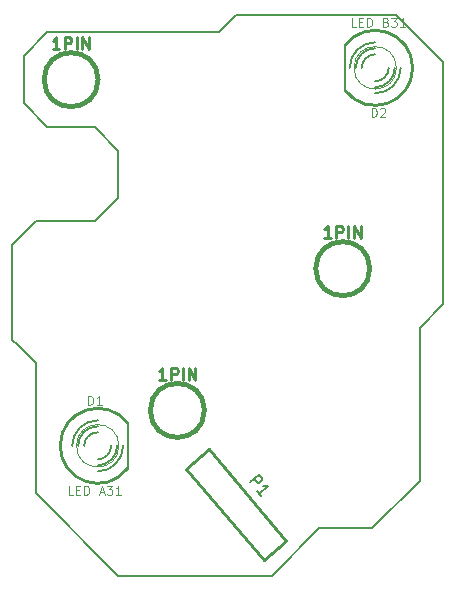
<source format=gto>
G04 #@! TF.FileFunction,Legend,Top*
%FSLAX46Y46*%
G04 Gerber Fmt 4.6, Leading zero omitted, Abs format (unit mm)*
G04 Created by KiCad (PCBNEW 4.0.2-stable) date 05/06/2017 19:07:13*
%MOMM*%
G01*
G04 APERTURE LIST*
%ADD10C,0.100000*%
%ADD11C,0.200000*%
%ADD12C,0.254000*%
%ADD13C,0.203200*%
%ADD14C,0.076200*%
%ADD15C,0.152400*%
%ADD16C,0.381000*%
%ADD17C,0.088900*%
G04 APERTURE END LIST*
D10*
D11*
X47000000Y-66000000D02*
X43000000Y-70000000D01*
X51500000Y-66000000D02*
X47000000Y-66000000D01*
X55500000Y-62000000D02*
X51500000Y-66000000D01*
X55500000Y-49000000D02*
X55500000Y-62000000D01*
X57500000Y-47000000D02*
X55500000Y-49000000D01*
X57500000Y-26500000D02*
X57500000Y-47000000D01*
X53500000Y-22500000D02*
X57500000Y-26500000D01*
X40000000Y-22500000D02*
X53500000Y-22500000D01*
X38500000Y-24000000D02*
X40000000Y-22500000D01*
X24000000Y-24000000D02*
X38500000Y-24000000D01*
X22000000Y-26000000D02*
X24000000Y-24000000D01*
X22000000Y-30000000D02*
X22000000Y-26000000D01*
X24000000Y-32000000D02*
X22000000Y-30000000D01*
X28000000Y-32000000D02*
X24000000Y-32000000D01*
X30000000Y-34000000D02*
X28000000Y-32000000D01*
X30000000Y-38000000D02*
X30000000Y-34000000D01*
X28000000Y-40000000D02*
X30000000Y-38000000D01*
X23000000Y-40000000D02*
X28000000Y-40000000D01*
X21000000Y-42000000D02*
X23000000Y-40000000D01*
X21000000Y-50000000D02*
X21000000Y-42000000D01*
X21500000Y-50500000D02*
X21000000Y-50000000D01*
X23000000Y-52000000D02*
X21500000Y-50500000D01*
X23000000Y-63000000D02*
X23000000Y-52000000D01*
X30000000Y-70000000D02*
X23000000Y-63000000D01*
X43000000Y-70000000D02*
X30000000Y-70000000D01*
D12*
X42292485Y-68707846D02*
X35761763Y-60924834D01*
X44238237Y-67075166D02*
X37707515Y-59292154D01*
X37707515Y-59292154D02*
X35761763Y-60924834D01*
X42292485Y-68707846D02*
X44238237Y-67075166D01*
D13*
X30844800Y-60905000D02*
X30844800Y-57095000D01*
D14*
X30050051Y-59000000D02*
G75*
G03X30050051Y-59000000I-1796051J0D01*
G01*
D12*
X30791997Y-57092332D02*
G75*
G03X30794000Y-60905000I-2537997J-1907668D01*
G01*
D15*
X28254000Y-57857000D02*
G75*
G03X27111000Y-59000000I0J-1143000D01*
G01*
X28254000Y-60143000D02*
G75*
G03X29397000Y-59000000I0J1143000D01*
G01*
X28254000Y-57349000D02*
G75*
G03X26603000Y-59000000I0J-1651000D01*
G01*
X28254000Y-60651000D02*
G75*
G03X29905000Y-59000000I0J1651000D01*
G01*
X28254000Y-56841000D02*
G75*
G03X26095000Y-59000000I0J-2159000D01*
G01*
X28254000Y-61159000D02*
G75*
G03X30413000Y-59000000I0J2159000D01*
G01*
D13*
X49155200Y-25095000D02*
X49155200Y-28905000D01*
D14*
X53542051Y-27000000D02*
G75*
G03X53542051Y-27000000I-1796051J0D01*
G01*
D12*
X49208003Y-28907668D02*
G75*
G03X49206000Y-25095000I2537997J1907668D01*
G01*
D15*
X51746000Y-28143000D02*
G75*
G03X52889000Y-27000000I0J1143000D01*
G01*
X51746000Y-25857000D02*
G75*
G03X50603000Y-27000000I0J-1143000D01*
G01*
X51746000Y-28651000D02*
G75*
G03X53397000Y-27000000I0J1651000D01*
G01*
X51746000Y-25349000D02*
G75*
G03X50095000Y-27000000I0J-1651000D01*
G01*
X51746000Y-29159000D02*
G75*
G03X53905000Y-27000000I0J2159000D01*
G01*
X51746000Y-24841000D02*
G75*
G03X49587000Y-27000000I0J-2159000D01*
G01*
D16*
X28286000Y-28000000D02*
G75*
G03X28286000Y-28000000I-2286000J0D01*
G01*
X37286000Y-56000000D02*
G75*
G03X37286000Y-56000000I-2286000J0D01*
G01*
X51286000Y-44000000D02*
G75*
G03X51286000Y-44000000I-2286000J0D01*
G01*
D13*
X41111635Y-62088297D02*
X41889937Y-61435224D01*
X42138726Y-61731720D01*
X42163861Y-61836942D01*
X42157898Y-61905103D01*
X42114872Y-62004362D01*
X42003686Y-62097659D01*
X41898464Y-62122794D01*
X41830303Y-62116831D01*
X41731044Y-62073805D01*
X41482255Y-61777310D01*
X42106793Y-63274279D02*
X41733609Y-62829536D01*
X41920201Y-63051908D02*
X42698502Y-62398836D01*
X42525119Y-62418008D01*
X42388798Y-62406081D01*
X42289538Y-62363056D01*
D17*
X27437572Y-55534714D02*
X27437572Y-54772714D01*
X27619000Y-54772714D01*
X27727857Y-54809000D01*
X27800429Y-54881571D01*
X27836714Y-54954143D01*
X27873000Y-55099286D01*
X27873000Y-55208143D01*
X27836714Y-55353286D01*
X27800429Y-55425857D01*
X27727857Y-55498429D01*
X27619000Y-55534714D01*
X27437572Y-55534714D01*
X28598714Y-55534714D02*
X28163286Y-55534714D01*
X28381000Y-55534714D02*
X28381000Y-54772714D01*
X28308429Y-54881571D01*
X28235857Y-54954143D01*
X28163286Y-54990429D01*
X26167572Y-63154714D02*
X25804715Y-63154714D01*
X25804715Y-62392714D01*
X26421572Y-62755571D02*
X26675572Y-62755571D01*
X26784429Y-63154714D02*
X26421572Y-63154714D01*
X26421572Y-62392714D01*
X26784429Y-62392714D01*
X27111001Y-63154714D02*
X27111001Y-62392714D01*
X27292429Y-62392714D01*
X27401286Y-62429000D01*
X27473858Y-62501571D01*
X27510143Y-62574143D01*
X27546429Y-62719286D01*
X27546429Y-62828143D01*
X27510143Y-62973286D01*
X27473858Y-63045857D01*
X27401286Y-63118429D01*
X27292429Y-63154714D01*
X27111001Y-63154714D01*
X28417286Y-62937000D02*
X28780143Y-62937000D01*
X28344714Y-63154714D02*
X28598714Y-62392714D01*
X28852714Y-63154714D01*
X29034143Y-62392714D02*
X29505857Y-62392714D01*
X29251857Y-62683000D01*
X29360715Y-62683000D01*
X29433286Y-62719286D01*
X29469572Y-62755571D01*
X29505857Y-62828143D01*
X29505857Y-63009571D01*
X29469572Y-63082143D01*
X29433286Y-63118429D01*
X29360715Y-63154714D01*
X29143000Y-63154714D01*
X29070429Y-63118429D01*
X29034143Y-63082143D01*
X30231571Y-63154714D02*
X29796143Y-63154714D01*
X30013857Y-63154714D02*
X30013857Y-62392714D01*
X29941286Y-62501571D01*
X29868714Y-62574143D01*
X29796143Y-62610429D01*
X51437572Y-31154714D02*
X51437572Y-30392714D01*
X51619000Y-30392714D01*
X51727857Y-30429000D01*
X51800429Y-30501571D01*
X51836714Y-30574143D01*
X51873000Y-30719286D01*
X51873000Y-30828143D01*
X51836714Y-30973286D01*
X51800429Y-31045857D01*
X51727857Y-31118429D01*
X51619000Y-31154714D01*
X51437572Y-31154714D01*
X52163286Y-30465286D02*
X52199572Y-30429000D01*
X52272143Y-30392714D01*
X52453572Y-30392714D01*
X52526143Y-30429000D01*
X52562429Y-30465286D01*
X52598714Y-30537857D01*
X52598714Y-30610429D01*
X52562429Y-30719286D01*
X52127000Y-31154714D01*
X52598714Y-31154714D01*
X50113144Y-23534714D02*
X49750287Y-23534714D01*
X49750287Y-22772714D01*
X50367144Y-23135571D02*
X50621144Y-23135571D01*
X50730001Y-23534714D02*
X50367144Y-23534714D01*
X50367144Y-22772714D01*
X50730001Y-22772714D01*
X51056573Y-23534714D02*
X51056573Y-22772714D01*
X51238001Y-22772714D01*
X51346858Y-22809000D01*
X51419430Y-22881571D01*
X51455715Y-22954143D01*
X51492001Y-23099286D01*
X51492001Y-23208143D01*
X51455715Y-23353286D01*
X51419430Y-23425857D01*
X51346858Y-23498429D01*
X51238001Y-23534714D01*
X51056573Y-23534714D01*
X52653144Y-23135571D02*
X52762001Y-23171857D01*
X52798286Y-23208143D01*
X52834572Y-23280714D01*
X52834572Y-23389571D01*
X52798286Y-23462143D01*
X52762001Y-23498429D01*
X52689429Y-23534714D01*
X52399144Y-23534714D01*
X52399144Y-22772714D01*
X52653144Y-22772714D01*
X52725715Y-22809000D01*
X52762001Y-22845286D01*
X52798286Y-22917857D01*
X52798286Y-22990429D01*
X52762001Y-23063000D01*
X52725715Y-23099286D01*
X52653144Y-23135571D01*
X52399144Y-23135571D01*
X53088572Y-22772714D02*
X53560286Y-22772714D01*
X53306286Y-23063000D01*
X53415144Y-23063000D01*
X53487715Y-23099286D01*
X53524001Y-23135571D01*
X53560286Y-23208143D01*
X53560286Y-23389571D01*
X53524001Y-23462143D01*
X53487715Y-23498429D01*
X53415144Y-23534714D01*
X53197429Y-23534714D01*
X53124858Y-23498429D01*
X53088572Y-23462143D01*
X54286000Y-23534714D02*
X53850572Y-23534714D01*
X54068286Y-23534714D02*
X54068286Y-22772714D01*
X53995715Y-22881571D01*
X53923143Y-22954143D01*
X53850572Y-22990429D01*
D12*
X25008190Y-25411619D02*
X24427619Y-25411619D01*
X24717905Y-25411619D02*
X24717905Y-24395619D01*
X24621143Y-24540762D01*
X24524381Y-24637524D01*
X24427619Y-24685905D01*
X25443619Y-25411619D02*
X25443619Y-24395619D01*
X25830666Y-24395619D01*
X25927428Y-24444000D01*
X25975809Y-24492381D01*
X26024190Y-24589143D01*
X26024190Y-24734286D01*
X25975809Y-24831048D01*
X25927428Y-24879429D01*
X25830666Y-24927810D01*
X25443619Y-24927810D01*
X26459619Y-25411619D02*
X26459619Y-24395619D01*
X26943429Y-25411619D02*
X26943429Y-24395619D01*
X27524000Y-25411619D01*
X27524000Y-24395619D01*
X34008190Y-53411619D02*
X33427619Y-53411619D01*
X33717905Y-53411619D02*
X33717905Y-52395619D01*
X33621143Y-52540762D01*
X33524381Y-52637524D01*
X33427619Y-52685905D01*
X34443619Y-53411619D02*
X34443619Y-52395619D01*
X34830666Y-52395619D01*
X34927428Y-52444000D01*
X34975809Y-52492381D01*
X35024190Y-52589143D01*
X35024190Y-52734286D01*
X34975809Y-52831048D01*
X34927428Y-52879429D01*
X34830666Y-52927810D01*
X34443619Y-52927810D01*
X35459619Y-53411619D02*
X35459619Y-52395619D01*
X35943429Y-53411619D02*
X35943429Y-52395619D01*
X36524000Y-53411619D01*
X36524000Y-52395619D01*
X48008190Y-41411619D02*
X47427619Y-41411619D01*
X47717905Y-41411619D02*
X47717905Y-40395619D01*
X47621143Y-40540762D01*
X47524381Y-40637524D01*
X47427619Y-40685905D01*
X48443619Y-41411619D02*
X48443619Y-40395619D01*
X48830666Y-40395619D01*
X48927428Y-40444000D01*
X48975809Y-40492381D01*
X49024190Y-40589143D01*
X49024190Y-40734286D01*
X48975809Y-40831048D01*
X48927428Y-40879429D01*
X48830666Y-40927810D01*
X48443619Y-40927810D01*
X49459619Y-41411619D02*
X49459619Y-40395619D01*
X49943429Y-41411619D02*
X49943429Y-40395619D01*
X50524000Y-41411619D01*
X50524000Y-40395619D01*
M02*

</source>
